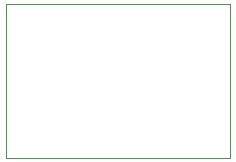
<source format=gbr>
%TF.GenerationSoftware,KiCad,Pcbnew,6.0.11-2627ca5db0~126~ubuntu22.04.1*%
%TF.CreationDate,2023-08-29T09:36:28+02:00*%
%TF.ProjectId,CC1101_868MHz_UFL_RF_Modul_FUEL4EP,43433131-3031-45f3-9836-384d487a5f55,1.2*%
%TF.SameCoordinates,Original*%
%TF.FileFunction,Profile,NP*%
%FSLAX46Y46*%
G04 Gerber Fmt 4.6, Leading zero omitted, Abs format (unit mm)*
G04 Created by KiCad (PCBNEW 6.0.11-2627ca5db0~126~ubuntu22.04.1) date 2023-08-29 09:36:28*
%MOMM*%
%LPD*%
G01*
G04 APERTURE LIST*
%TA.AperFunction,Profile*%
%ADD10C,0.038100*%
%TD*%
G04 APERTURE END LIST*
D10*
X0Y0D02*
X0Y13000000D01*
X19000000Y13000000D02*
X19000000Y0D01*
X0Y13000000D02*
X19000000Y13000000D01*
X0Y0D02*
X19000000Y0D01*
M02*

</source>
